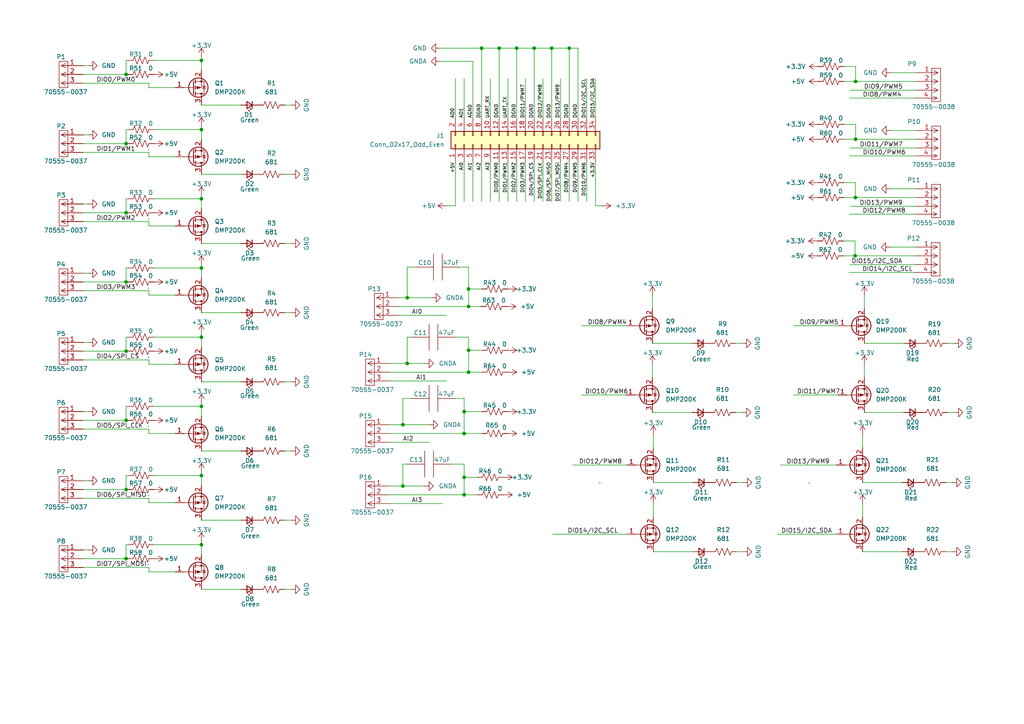
<source format=kicad_sch>
(kicad_sch (version 20230121) (generator eeschema)
  (paper "A4")
  (title_block (title "MAVmxp - MXP Expander") (date "2023-03-06") (rev "1") (company "4272 Maverick Robotics"))
  (junction (at 116.84 140.97))
  (junction (at 134.62 125.73))
  (junction (at 58.42 37.592))
  (junction (at 248.158 23.622))
  (junction (at 118.11 105.41))
  (junction (at 36.576 101.854))
  (junction (at 58.42 117.856))
  (junction (at 36.576 162.052))
  (junction (at 118.11 86.36))
  (junction (at 135.89 83.82))
  (junction (at 58.42 77.724))
  (junction (at 165.1 13.97))
  (junction (at 135.89 88.9))
  (junction (at 149.86 13.97))
  (junction (at 36.576 61.722))
  (junction (at 36.576 141.986))
  (junction (at 58.42 17.526))
  (junction (at 58.42 157.988))
  (junction (at 36.576 41.656))
  (junction (at 248.0971 57.2935))
  (junction (at 139.7 13.97))
  (junction (at 134.62 138.43))
  (junction (at 154.94 13.97))
  (junction (at 134.62 119.38))
  (junction (at 135.89 107.95))
  (junction (at 134.62 143.51))
  (junction (at 116.84 123.19))
  (junction (at 36.576 121.92))
  (junction (at 58.42 137.922))
  (junction (at 36.576 81.788))
  (junction (at 248.158 40.386))
  (junction (at 160.02 13.97))
  (junction (at 36.576 21.59))
  (junction (at 248.0037 74.2066))
  (junction (at 144.78 13.97))
  (junction (at 58.42 97.79))
  (junction (at 58.42 57.658))
  (junction (at 135.89 101.6))
  (wire (pts (xy 165.1 13.97) (xy 167.64 13.97)))
  (wire (pts (xy 36.576 141.986) (xy 37.084 141.986)))
  (wire (pts (xy 165.1 58.42) (xy 165.1 46.99)))
  (wire (pts (xy 172.72 59.69) (xy 174.625 59.69)))
  (wire (pts (xy 244.856 36.068) (xy 248.158 36.068)))
  (wire (pts (xy 265.684 23.622) (xy 248.158 23.622)))
  (wire (pts (xy 189.484 146.05) (xy 189.484 149.86)))
  (wire (pts (xy 160.274 154.94) (xy 181.864 154.94)))
  (wire (pts (xy 44.704 157.988) (xy 58.42 157.988)))
  (wire (pts (xy 69.85 90.678) (xy 58.42 90.678)))
  (wire (pts (xy 24.13 61.722) (xy 36.576 61.722)))
  (polyline (pts (xy 234.696 139.954) (xy 234.696 140.208)))
  (wire (pts (xy 200.66 119.634) (xy 189.23 119.634)))
  (wire (pts (xy 58.42 116.84) (xy 58.42 117.856)))
  (wire (pts (xy 165.1 13.97) (xy 165.1 34.29)))
  (wire (pts (xy 36.576 117.856) (xy 36.576 121.92)))
  (wire (pts (xy 154.94 13.97) (xy 154.94 34.29)))
  (wire (pts (xy 43.18 45.466) (xy 43.18 44.196)))
  (wire (pts (xy 36.576 121.92) (xy 37.084 121.92)))
  (wire (pts (xy 82.55 70.612) (xy 84.455 70.612)))
  (wire (pts (xy 160.02 13.97) (xy 160.02 34.29)))
  (wire (pts (xy 261.62 160.02) (xy 250.19 160.02)))
  (wire (pts (xy 50.8 125.73) (xy 43.18 125.73)))
  (wire (pts (xy 248.158 40.386) (xy 244.856 40.386)))
  (wire (pts (xy 113.03 146.05) (xy 128.27 146.05)))
  (wire (pts (xy 113.03 107.95) (xy 135.89 107.95)))
  (wire (pts (xy 36.576 101.854) (xy 37.084 101.854)))
  (wire (pts (xy 115.57 86.36) (xy 118.11 86.36)))
  (wire (pts (xy 274.828 99.568) (xy 276.733 99.568)))
  (wire (pts (xy 134.62 22.86) (xy 134.62 34.29)))
  (wire (pts (xy 36.576 37.592) (xy 36.576 41.656)))
  (wire (pts (xy 43.18 65.532) (xy 43.18 64.262)))
  (wire (pts (xy 50.8 45.466) (xy 43.18 45.466)))
  (wire (pts (xy 134.62 58.42) (xy 134.62 46.99)))
  (wire (pts (xy 82.55 130.81) (xy 84.455 130.81)))
  (wire (pts (xy 139.7 58.42) (xy 139.7 46.99)))
  (wire (pts (xy 172.72 46.99) (xy 172.72 59.69)))
  (wire (pts (xy 69.85 150.876) (xy 58.42 150.876)))
  (wire (pts (xy 82.55 30.48) (xy 84.455 30.48)))
  (wire (pts (xy 250.19 125.984) (xy 250.19 129.794)))
  (wire (pts (xy 69.85 130.81) (xy 58.42 130.81)))
  (wire (pts (xy 230.124 114.554) (xy 243.078 114.554)))
  (wire (pts (xy 44.704 137.922) (xy 58.42 137.922)))
  (wire (pts (xy 50.8 145.796) (xy 43.18 145.796)))
  (wire (pts (xy 200.66 99.568) (xy 189.23 99.568)))
  (wire (pts (xy 134.62 125.73) (xy 139.7 125.73)))
  (wire (pts (xy 189.484 125.984) (xy 189.484 129.794)))
  (wire (pts (xy 132.08 115.57) (xy 134.62 115.57)))
  (wire (pts (xy 147.32 58.42) (xy 147.32 46.99)))
  (wire (pts (xy 50.8 65.532) (xy 43.18 65.532)))
  (wire (pts (xy 144.78 13.97) (xy 144.78 34.29)))
  (wire (pts (xy 167.64 58.42) (xy 167.64 46.99)))
  (wire (pts (xy 246.2257 79.0326) (xy 265.2757 79.0326)))
  (wire (pts (xy 58.42 56.642) (xy 58.42 57.658)))
  (polyline (pts (xy 42.926 83.566) (xy 43.18 83.566)))
  (wire (pts (xy 69.85 30.48) (xy 58.42 30.48)))
  (wire (pts (xy 157.48 58.42) (xy 157.48 46.99)))
  (wire (pts (xy 262.128 99.568) (xy 250.698 99.568)))
  (wire (pts (xy 44.704 37.592) (xy 58.42 37.592)))
  (wire (pts (xy 44.704 77.724) (xy 58.42 77.724)))
  (wire (pts (xy 119.38 97.79) (xy 118.11 97.79)))
  (wire (pts (xy 144.78 58.42) (xy 144.78 46.99)))
  (wire (pts (xy 118.11 134.62) (xy 116.84 134.62)))
  (wire (pts (xy 261.62 139.954) (xy 250.19 139.954)))
  (wire (pts (xy 43.18 125.73) (xy 43.18 124.46)))
  (wire (pts (xy 160.02 13.97) (xy 165.1 13.97)))
  (wire (pts (xy 134.62 115.57) (xy 134.62 119.38)))
  (wire (pts (xy 246.634 26.162) (xy 265.684 26.162)))
  (wire (pts (xy 24.13 59.182) (xy 25.654 59.182)))
  (wire (pts (xy 44.704 57.658) (xy 58.42 57.658)))
  (wire (pts (xy 69.85 50.546) (xy 58.42 50.546)))
  (wire (pts (xy 135.89 77.47) (xy 135.89 83.82)))
  (wire (pts (xy 24.13 41.656) (xy 36.576 41.656)))
  (wire (pts (xy 58.42 97.79) (xy 58.42 100.584)))
  (wire (pts (xy 134.62 125.73) (xy 134.62 119.38)))
  (wire (pts (xy 200.914 139.954) (xy 189.484 139.954)))
  (wire (pts (xy 265.684 40.386) (xy 248.158 40.386)))
  (wire (pts (xy 36.576 57.658) (xy 37.084 57.658)))
  (polyline (pts (xy 42.926 123.698) (xy 43.18 123.698)))
  (wire (pts (xy 118.11 86.36) (xy 125.222 86.36)))
  (wire (pts (xy 24.13 121.92) (xy 36.576 121.92)))
  (wire (pts (xy 82.55 170.942) (xy 84.455 170.942)))
  (wire (pts (xy 152.4 22.86) (xy 152.4 34.29)))
  (wire (pts (xy 166.116 134.874) (xy 181.864 134.874)))
  (wire (pts (xy 162.56 22.86) (xy 162.56 34.29)))
  (wire (pts (xy 69.85 70.612) (xy 58.42 70.612)))
  (wire (pts (xy 113.03 110.49) (xy 129.54 110.49)))
  (wire (pts (xy 248.0037 69.8886) (xy 248.0037 74.2066)))
  (wire (pts (xy 58.42 137.922) (xy 58.42 140.716)))
  (wire (pts (xy 36.576 17.526) (xy 37.084 17.526)))
  (wire (pts (xy 36.576 37.592) (xy 37.084 37.592)))
  (wire (pts (xy 262.128 119.634) (xy 250.698 119.634)))
  (wire (pts (xy 116.84 123.19) (xy 124.46 123.19)))
  (wire (pts (xy 58.42 17.526) (xy 58.42 20.32)))
  (wire (pts (xy 113.03 140.97) (xy 116.84 140.97)))
  (wire (pts (xy 265.684 21.082) (xy 258.318 21.082)))
  (wire (pts (xy 246.4797 76.7466) (xy 265.5297 76.7466)))
  (wire (pts (xy 134.62 134.62) (xy 134.62 138.43)))
  (wire (pts (xy 24.13 24.13) (xy 43.18 24.13)))
  (wire (pts (xy 58.42 57.658) (xy 58.42 60.452)))
  (wire (pts (xy 43.18 145.796) (xy 43.18 144.526)))
  (wire (pts (xy 36.576 97.79) (xy 37.084 97.79)))
  (wire (pts (xy 134.62 143.51) (xy 138.43 143.51)))
  (wire (pts (xy 226.314 134.874) (xy 242.57 134.874)))
  (wire (pts (xy 24.13 162.052) (xy 36.576 162.052)))
  (wire (pts (xy 36.576 162.052) (xy 37.084 162.052)))
  (wire (pts (xy 115.57 88.9) (xy 135.89 88.9)))
  (wire (pts (xy 246.38 28.448) (xy 265.43 28.448)))
  (wire (pts (xy 200.914 160.02) (xy 189.484 160.02)))
  (wire (pts (xy 118.11 77.47) (xy 118.11 86.36)))
  (wire (pts (xy 137.16 17.78) (xy 137.16 34.29)))
  (wire (pts (xy 250.698 85.598) (xy 250.698 89.408)))
  (wire (pts (xy 24.13 81.788) (xy 36.576 81.788)))
  (wire (pts (xy 130.81 134.62) (xy 134.62 134.62)))
  (wire (pts (xy 24.13 141.986) (xy 36.576 141.986)))
  (wire (pts (xy 167.64 13.97) (xy 167.64 34.29)))
  (wire (pts (xy 119.38 115.57) (xy 116.84 115.57)))
  (wire (pts (xy 82.55 50.546) (xy 84.455 50.546)))
  (wire (pts (xy 149.86 13.97) (xy 149.86 34.29)))
  (wire (pts (xy 134.62 138.43) (xy 138.43 138.43)))
  (wire (pts (xy 43.18 85.598) (xy 43.18 84.328)))
  (wire (pts (xy 246.3191 62.1195) (xy 265.3691 62.1195)))
  (wire (pts (xy 24.13 159.512) (xy 25.654 159.512)))
  (wire (pts (xy 132.08 97.79) (xy 135.89 97.79)))
  (wire (pts (xy 36.576 77.724) (xy 36.576 81.788)))
  (wire (pts (xy 24.13 99.314) (xy 25.654 99.314)))
  (wire (pts (xy 24.13 39.116) (xy 25.654 39.116)))
  (wire (pts (xy 24.13 44.196) (xy 43.18 44.196)))
  (wire (pts (xy 44.704 117.856) (xy 58.42 117.856)))
  (wire (pts (xy 162.56 58.42) (xy 162.56 46.99)))
  (polyline (pts (xy 42.926 43.434) (xy 43.18 43.434)))
  (wire (pts (xy 69.85 110.744) (xy 58.42 110.744)))
  (wire (pts (xy 244.7017 69.8886) (xy 248.0037 69.8886)))
  (polyline (pts (xy 42.926 143.764) (xy 43.18 143.764)))
  (wire (pts (xy 36.576 137.922) (xy 36.576 141.986)))
  (wire (pts (xy 157.48 22.86) (xy 157.48 34.29)))
  (wire (pts (xy 244.856 19.304) (xy 248.158 19.304)))
  (wire (pts (xy 213.36 99.568) (xy 215.265 99.568)))
  (wire (pts (xy 135.89 101.6) (xy 135.89 107.95)))
  (wire (pts (xy 154.94 13.97) (xy 160.02 13.97)))
  (wire (pts (xy 36.576 57.658) (xy 36.576 61.722)))
  (wire (pts (xy 36.576 61.722) (xy 37.084 61.722)))
  (wire (pts (xy 274.32 139.954) (xy 276.225 139.954)))
  (wire (pts (xy 115.57 91.44) (xy 129.54 91.44)))
  (wire (pts (xy 58.42 76.708) (xy 58.42 77.724)))
  (wire (pts (xy 24.13 144.526) (xy 43.18 144.526)))
  (wire (pts (xy 154.94 58.42) (xy 154.94 46.99)))
  (wire (pts (xy 213.614 160.02) (xy 215.519 160.02)))
  (polyline (pts (xy 42.926 103.632) (xy 43.18 103.632)))
  (wire (pts (xy 50.8 85.598) (xy 43.18 85.598)))
  (wire (pts (xy 69.85 170.942) (xy 58.42 170.942)))
  (wire (pts (xy 58.42 136.906) (xy 58.42 137.922)))
  (wire (pts (xy 248.158 19.304) (xy 248.158 23.622)))
  (wire (pts (xy 265.6231 57.2935) (xy 248.0971 57.2935)))
  (wire (pts (xy 149.86 13.97) (xy 154.94 13.97)))
  (wire (pts (xy 246.38 45.212) (xy 265.43 45.212)))
  (wire (pts (xy 24.13 164.592) (xy 43.18 164.592)))
  (wire (pts (xy 213.36 119.634) (xy 215.265 119.634)))
  (wire (pts (xy 44.704 17.526) (xy 58.42 17.526)))
  (wire (pts (xy 274.828 119.634) (xy 276.733 119.634)))
  (wire (pts (xy 36.576 157.988) (xy 37.084 157.988)))
  (wire (pts (xy 36.576 77.724) (xy 37.084 77.724)))
  (wire (pts (xy 24.13 79.248) (xy 25.654 79.248)))
  (wire (pts (xy 248.158 36.068) (xy 248.158 40.386)))
  (wire (pts (xy 135.89 101.6) (xy 139.7 101.6)))
  (wire (pts (xy 168.656 114.554) (xy 181.61 114.554)))
  (wire (pts (xy 58.42 117.856) (xy 58.42 120.65)))
  (wire (pts (xy 225.552 154.94) (xy 242.57 154.94)))
  (wire (pts (xy 142.24 58.42) (xy 142.24 46.99)))
  (wire (pts (xy 265.5297 71.6666) (xy 258.1637 71.6666)))
  (wire (pts (xy 24.13 124.46) (xy 43.18 124.46)))
  (wire (pts (xy 24.13 139.446) (xy 25.654 139.446)))
  (wire (pts (xy 250.19 146.05) (xy 250.19 149.86)))
  (wire (pts (xy 170.18 22.86) (xy 170.18 34.29)))
  (wire (pts (xy 118.11 105.41) (xy 123.19 105.41)))
  (wire (pts (xy 135.89 107.95) (xy 139.7 107.95)))
  (wire (pts (xy 129.54 59.69) (xy 132.08 59.69)))
  (wire (pts (xy 24.13 84.328) (xy 43.18 84.328)))
  (wire (pts (xy 160.02 58.42) (xy 160.02 46.99)))
  (wire (pts (xy 36.576 117.856) (xy 37.084 117.856)))
  (wire (pts (xy 134.62 138.43) (xy 134.62 143.51)))
  (wire (pts (xy 58.42 157.988) (xy 58.42 160.782)))
  (wire (pts (xy 230.124 94.488) (xy 243.078 94.488)))
  (wire (pts (xy 116.84 134.62) (xy 116.84 140.97)))
  (wire (pts (xy 147.32 22.86) (xy 147.32 34.29)))
  (wire (pts (xy 135.89 83.82) (xy 135.89 88.9)))
  (wire (pts (xy 36.576 17.526) (xy 36.576 21.59)))
  (wire (pts (xy 189.23 105.664) (xy 189.23 109.474)))
  (wire (pts (xy 43.18 165.862) (xy 43.18 164.592)))
  (wire (pts (xy 50.8 165.862) (xy 43.18 165.862)))
  (wire (pts (xy 133.35 77.47) (xy 135.89 77.47)))
  (wire (pts (xy 248.158 23.622) (xy 244.856 23.622)))
  (wire (pts (xy 135.89 97.79) (xy 135.89 101.6)))
  (wire (pts (xy 116.84 140.97) (xy 123.19 140.97)))
  (wire (pts (xy 135.89 83.82) (xy 139.7 83.82)))
  (wire (pts (xy 246.634 42.926) (xy 265.684 42.926)))
  (wire (pts (xy 135.89 88.9) (xy 139.446 88.9)))
  (wire (pts (xy 139.7 13.97) (xy 139.7 34.29)))
  (wire (pts (xy 43.18 25.4) (xy 43.18 24.13)))
  (wire (pts (xy 248.0971 57.2935) (xy 244.7951 57.2935)))
  (wire (pts (xy 36.576 157.988) (xy 36.576 162.052)))
  (wire (pts (xy 137.16 58.42) (xy 137.16 46.99)))
  (wire (pts (xy 120.65 77.47) (xy 118.11 77.47)))
  (wire (pts (xy 50.8 25.4) (xy 43.18 25.4)))
  (wire (pts (xy 172.72 22.86) (xy 172.72 34.29)))
  (wire (pts (xy 213.614 139.954) (xy 215.519 139.954)))
  (wire (pts (xy 152.4 58.42) (xy 152.4 46.99)))
  (wire (pts (xy 36.576 137.922) (xy 37.084 137.922)))
  (wire (pts (xy 36.576 81.788) (xy 37.084 81.788)))
  (polyline (pts (xy 42.926 63.5) (xy 43.18 63.5)))
  (wire (pts (xy 246.5731 59.8335) (xy 265.6231 59.8335)))
  (wire (pts (xy 58.42 156.972) (xy 58.42 157.988)))
  (wire (pts (xy 58.42 36.576) (xy 58.42 37.592)))
  (wire (pts (xy 113.03 105.41) (xy 118.11 105.41)))
  (wire (pts (xy 24.13 119.38) (xy 25.654 119.38)))
  (wire (pts (xy 113.03 125.73) (xy 134.62 125.73)))
  (wire (pts (xy 139.7 13.97) (xy 144.78 13.97)))
  (wire (pts (xy 170.18 58.42) (xy 170.18 46.99)))
  (wire (pts (xy 265.6231 54.7535) (xy 258.2571 54.7535)))
  (wire (pts (xy 274.32 160.02) (xy 276.225 160.02)))
  (wire (pts (xy 50.8 105.664) (xy 43.18 105.664)))
  (wire (pts (xy 250.698 105.664) (xy 250.698 109.474)))
  (polyline (pts (xy 42.926 163.83) (xy 43.18 163.83)))
  (wire (pts (xy 36.576 21.59) (xy 37.084 21.59)))
  (wire (pts (xy 58.42 16.51) (xy 58.42 17.526)))
  (wire (pts (xy 189.23 85.598) (xy 189.23 89.408)))
  (wire (pts (xy 265.5297 74.2066) (xy 248.0037 74.2066)))
  (wire (pts (xy 149.86 58.42) (xy 149.86 46.99)))
  (wire (pts (xy 168.656 94.488) (xy 181.61 94.488)))
  (wire (pts (xy 24.13 64.262) (xy 43.18 64.262)))
  (wire (pts (xy 82.55 110.744) (xy 84.455 110.744)))
  (wire (pts (xy 144.78 13.97) (xy 149.86 13.97)))
  (wire (pts (xy 113.03 143.51) (xy 134.62 143.51)))
  (wire (pts (xy 58.42 37.592) (xy 58.42 40.386)))
  (wire (pts (xy 24.13 19.05) (xy 25.654 19.05)))
  (wire (pts (xy 36.576 97.79) (xy 36.576 101.854)))
  (wire (pts (xy 248.0971 52.9755) (xy 248.0971 57.2935)))
  (polyline (pts (xy 173.99 139.954) (xy 173.99 140.208)))
  (wire (pts (xy 24.13 104.394) (xy 43.18 104.394)))
  (wire (pts (xy 132.08 22.86) (xy 132.08 34.29)))
  (wire (pts (xy 113.03 128.27) (xy 124.46 128.27)))
  (wire (pts (xy 116.84 115.57) (xy 116.84 123.19)))
  (wire (pts (xy 44.704 97.79) (xy 58.42 97.79)))
  (wire (pts (xy 134.62 119.38) (xy 139.7 119.38)))
  (wire (pts (xy 58.42 96.774) (xy 58.42 97.79)))
  (wire (pts (xy 82.55 90.678) (xy 84.455 90.678)))
  (wire (pts (xy 36.576 41.656) (xy 37.084 41.656)))
  (wire (pts (xy 58.42 77.724) (xy 58.42 80.518)))
  (wire (pts (xy 244.7951 52.9755) (xy 248.0971 52.9755)))
  (wire (pts (xy 127.635 17.78) (xy 137.16 17.78)))
  (wire (pts (xy 127.635 13.97) (xy 139.7 13.97)))
  (wire (pts (xy 265.684 37.846) (xy 258.318 37.846)))
  (wire (pts (xy 113.03 123.19) (xy 116.84 123.19)))
  (wire (pts (xy 82.55 150.876) (xy 84.455 150.876)))
  (wire (pts (xy 24.13 21.59) (xy 36.576 21.59)))
  (wire (pts (xy 248.0037 74.2066) (xy 244.7017 74.2066)))
  (wire (pts (xy 118.11 97.79) (xy 118.11 105.41)))
  (wire (pts (xy 24.13 101.854) (xy 36.576 101.854)))
  (wire (pts (xy 142.24 22.86) (xy 142.24 34.29)))
  (wire (pts (xy 132.08 46.99) (xy 132.08 59.69)))
  (wire (pts (xy 43.18 105.664) (xy 43.18 104.394)))
  (label "AO0" (at 132.08 34.29 90) (effects (font (size 1 1))))
  (label "AO1" (at 134.62 34.29 90) (effects (font (size 1 1))))
  (label "AI0" (at 119.38 91.44 0))
  (label "DIO14{slash}I2C_SCL" (at 250.0357 79.0326 0))
  (label "DIO1{slash}PWM1" (at 27.94 44.196 0))
  (label "+5V" (at 132.08 46.99 270) (effects (font (size 1 1))))
  (label "DIO7{slash}SPI_MOSI" (at 162.56 46.99 270) (effects (font (size 1 1))))
  (label "DIO4{slash}SPI_CS" (at 27.94 104.394 0))
  (label "DIO7{slash}SPI_MOSI" (at 27.94 164.592 0))
  (label "DGND" (at 144.78 34.29 90) (effects (font (size 1 1))))
  (label "DIO12{slash}PWM8" (at 250.1291 62.1195 0))
  (label "DIO11{slash}PWM7" (at 261.874 42.926 180))
  (label "DIO15{slash}I2C_SDA" (at 261.7197 76.7466 180))
  (label "AI1" (at 120.65 110.49 0))
  (label "DIO12{slash}PWM8" (at 157.48 34.29 90) (effects (font (size 1 1))))
  (label "DIO13{slash}PWM9" (at 228.092 134.874 0))
  (label "UART_RX" (at 142.24 34.29 90) (effects (font (size 1 1))))
  (label "DIO10{slash}PWM6" (at 250.19 45.212 0))
  (label "DIO12{slash}PWM8" (at 167.894 134.874 0))
  (label "DIO2{slash}PWM2" (at 149.86 46.99 270) (effects (font (size 1 1))))
  (label "AI3" (at 142.24 46.99 270) (effects (font (size 1 1))))
  (label "AI1" (at 137.16 46.99 270) (effects (font (size 1 1))))
  (label "DIO9{slash}PWM5" (at 167.64 46.99 270) (effects (font (size 1 1))))
  (label "DIO11{slash}PWM7" (at 152.4 34.29 90) (effects (font (size 1 1))))
  (label "DIO14{slash}I2C_SCL" (at 170.18 34.29 90) (effects (font (size 1 1))))
  (label "DIO3{slash}PWM3" (at 27.94 84.328 0))
  (label "DIO13{slash}PWM9" (at 162.56 34.29 90) (effects (font (size 1 1))))
  (label "AGND" (at 137.16 34.29 90) (effects (font (size 1 1))))
  (label "DIO10{slash}PWM6" (at 170.18 46.99 270) (effects (font (size 1 1))))
  (label "+3.3V" (at 172.72 46.99 270) (effects (font (size 1 1))))
  (label "UART_TX" (at 147.32 34.29 90) (effects (font (size 1 1))))
  (label "DIO14{slash}I2C_SCL" (at 164.592 154.94 0))
  (label "DIO4{slash}SPI_CS" (at 154.94 46.99 270) (effects (font (size 1 1))))
  (label "DGND" (at 165.1 34.29 90) (effects (font (size 1 1))))
  (label "DIO0{slash}PWM0" (at 144.78 46.99 270) (effects (font (size 1 1))))
  (label "DGND" (at 167.64 34.29 90) (effects (font (size 1 1))))
  (label "DIO9{slash}PWM5" (at 231.902 94.488 0))
  (label "DIO3{slash}PWM3" (at 152.4 46.99 270) (effects (font (size 1 1))))
  (label "DGND" (at 139.7 34.29 90) (effects (font (size 1 1))))
  (label "AI2" (at 116.84 128.27 0))
  (label "DIO5{slash}SPI_CLK" (at 27.94 124.46 0))
  (label "DIO6{slash}SPI_MISO" (at 160.02 46.99 270) (effects (font (size 1 1))))
  (label "DIO15{slash}I2C_SDA" (at 226.568 154.94 0))
  (label "DIO5{slash}SPI_CLK" (at 157.48 46.99 270) (effects (font (size 1 1))))
  (label "AI0" (at 134.62 46.99 270) (effects (font (size 1 1))))
  (label "DIO1{slash}PWM1" (at 147.32 46.99 270) (effects (font (size 1 1))))
  (label "DIO0{slash}PWM0" (at 27.94 24.13 0))
  (label "DGND" (at 160.02 34.29 90) (effects (font (size 1 1))))
  (label "AI2" (at 139.7 46.99 270) (effects (font (size 1 1))))
  (label "DIO8{slash}PWM4" (at 165.1 46.99 270) (effects (font (size 1 1))))
  (label "DIO10{slash}PWM6" (at 169.672 114.554 0))
  (label "DIO6{slash}SPI_MISO" (at 27.94 144.526 0))
  (label "DGND" (at 154.94 34.29 90) (effects (font (size 1 1))))
  (label "DIO15{slash}I2C_SDA" (at 172.72 34.29 90) (effects (font (size 1 1))))
  (label "DIO9{slash}PWM5" (at 261.874 26.162 180))
  (label "DIO13{slash}PWM9" (at 261.8131 59.8335 180))
  (label "DGND" (at 149.86 34.29 90) (effects (font (size 1 1))))
  (label "DIO11{slash}PWM7" (at 231.14 114.554 0))
  (label "AI3" (at 119.38 146.05 0))
  (label "DIO8{slash}PWM4" (at 250.19 28.448 0))
  (label "DIO2{slash}PWM2" (at 27.94 64.262 0))
  (label "DIO8{slash}PWM4" (at 170.434 94.488 0))
  (symbol (lib_id "Device:R_US") (at 40.894 21.59 90) (unit 1)
    (property "Reference" "R51" (at 39.37 19.812 90))
    (property "Value" "0" (at 43.688 19.812 90))
    (property "Footprint" "Resistor_SMD:R_0805_2012Metric_Pad1.20x1.40mm_HandSolder" (effects hide))
  )
  (symbol (lib_id "Device:R_US") (at 78.74 90.678 90) (unit 1)
    (property "Reference" "R4" (at 78.74 85.09 90))
    (property "Value" "681" (at 78.74 87.63 90))
    (property "Footprint" "Resistor_SMD:R_0603_1608Metric_Pad0.98x0.95mm_HandSolder" (effects hide))
  )
  (symbol (lib_id "Device:R_US") (at 40.894 77.724 90) (unit 1)
    (property "Reference" "R34" (at 39.37 75.946 90))
    (property "Value" "0" (at 43.688 75.946 90))
    (property "Footprint" "Resistor_SMD:R_0805_2012Metric_Pad1.20x1.40mm_HandSolder" (effects hide))
  )
  (symbol (lib_id "power:+3.3V") (at 189.23 105.664 0) (unit 1)
    (property "Reference" "#PWR0170" (effects hide))
    (property "Value" "+3.3V" (at 189.23 102.362 0))
  )
  (symbol (lib_id "pspice:CAP") (at 125.73 115.57 90) (unit 1)
    (property "Reference" "C12" (at 121.92 114.3 90))
    (property "Value" "47uF" (at 129.54 114.3 90))
    (property "Footprint" "Capacitor_SMD:C_0805_2012Metric_Pad1.18x1.45mm_HandSolder" (effects hide))
    (property "Manufacturer" "TDK" (effects hide))
    (property "Part #" "C2012X5R1A476M125AC" (effects hide))
  )
  (symbol (lib_id "power:+3.3V") (at 58.42 116.84 0) (unit 1)
    (property "Reference" "#PWR0126" (effects hide))
    (property "Value" "+3.3V" (at 58.42 113.538 0))
  )
  (symbol (lib_id "import:15-91-7030") (at 22.86 141.986 0) (mirror y) (unit 1)
    (property "Reference" "P7" (at 19.05 136.906 0) (effects (justify left)))
    (property "Value" "70555-0037" (at 25.4 147.066 0) (effects (justify left)))
    (property "Footprint" "Library Loader:705550037" (effects hide))
    (property "Datasheet" "https://componentsearchengine.com/Datasheets/1/15-91-7030.pdf" (effects hide))
    (property "Description" "2.54mm Pitch SL Wire-to-Board Header, Low Profile, Surface Mount, Single Row, Right-Angle, 3.05mm Pocket, Shrouded, with Press-fit Plastic Peg,  Circuits, Tin (Sn) Plating, Embossed Tape Packaging" (effects hide))
    (property "Height" "7.38" (effects hide))
    (property "Mouser Part Number" "538-15-91-7030" (effects hide))
    (property "Mouser Price/Stock" "https://www.mouser.com/Search/Refine.aspx?Keyword=538-15-91-7030" (effects hide))
    (property "Manufacturer_Name" "Molex" (effects hide))
    (property "Manufacturer_Part_Number" "15-91-7030" (effects hide))
  )
  (symbol (lib_id "power:+5V") (at 44.704 41.656 270) (unit 1)
    (property "Reference" "#PWR0134" (effects hide))
    (property "Value" "+5V" (at 47.498 41.656 90) (effects (justify left)))
  )
  (symbol (lib_id "power:+3.3V") (at 147.32 83.82 270) (unit 1)
    (property "Reference" "#PWR0112" (effects hide))
    (property "Value" "+3.3V" (at 152.654 83.82 90))
  )
  (symbol (lib_id "power:+3.3V") (at 58.42 96.774 0) (unit 1)
    (property "Reference" "#PWR0129" (effects hide))
    (property "Value" "+3.3V" (at 58.42 93.472 0))
  )
  (symbol (lib_id "power:+5V") (at 129.54 59.69 90) (unit 1)
    (property "Reference" "#PWR0102" (effects hide))
    (property "Value" "+5V" (at 126.365 59.6899 90) (effects (justify left)))
  )
  (symbol (lib_id "power:GND") (at 258.318 37.846 270) (mirror x) (unit 1)
    (property "Reference" "#PWR0161" (effects hide))
    (property "Value" "GND" (at 254.508 37.8459 90) (effects (justify right)))
  )
  (symbol (lib_id "Device:R_US") (at 40.894 121.92 90) (unit 1)
    (property "Reference" "R56" (at 39.37 120.142 90))
    (property "Value" "0" (at 43.688 120.142 90))
    (property "Footprint" "Resistor_SMD:R_0805_2012Metric_Pad1.20x1.40mm_HandSolder" (effects hide))
  )
  (symbol (lib_id "Device:R_US") (at 40.894 157.988 90) (unit 1)
    (property "Reference" "R38" (at 39.37 156.21 90))
    (property "Value" "0" (at 43.688 156.21 90))
    (property "Footprint" "Resistor_SMD:R_0805_2012Metric_Pad1.20x1.40mm_HandSolder" (effects hide))
  )
  (symbol (lib_id "pspice:CAP") (at 125.73 97.79 90) (unit 1)
    (property "Reference" "C11" (at 121.92 96.52 90))
    (property "Value" "47uF" (at 129.54 96.52 90))
    (property "Footprint" "Capacitor_SMD:C_0805_2012Metric_Pad1.18x1.45mm_HandSolder" (effects hide))
    (property "Manufacturer" "TDK" (effects hide))
    (property "Part #" "C2012X5R1A476M125AC" (effects hide))
  )
  (symbol (lib_id "Transistor_FET:AO3401A") (at 247.65 134.874 0) (mirror x) (unit 1)
    (property "Reference" "Q21" (at 254 133.6039 0) (effects (justify left)))
    (property "Value" "DMP200K" (at 254 136.1439 0) (effects (justify left)))
    (property "Footprint" "Package_TO_SOT_SMD:SOT-23" (effects hide))
    (property "Datasheet" "http://www.aosmd.com/pdfs/datasheet/AO3401A.pdf" (effects hide))
  )
  (symbol (lib_id "power:GND") (at 215.265 99.568 90) (unit 1)
    (property "Reference" "#PWR0175" (effects hide))
    (property "Value" "GND" (at 219.71 99.568 0))
  )
  (symbol (lib_id "power:+5V") (at 44.704 121.92 270) (unit 1)
    (property "Reference" "#PWR0145" (effects hide))
    (property "Value" "+5V" (at 47.498 121.92 90) (effects (justify left)))
  )
  (symbol (lib_id "Device:R_US") (at 270.51 139.954 90) (unit 1)
    (property "Reference" "R21" (at 270.51 133.35 90))
    (property "Value" "681" (at 270.51 135.89 90))
    (property "Footprint" "Resistor_SMD:R_0603_1608Metric_Pad0.98x0.95mm_HandSolder" (effects hide))
  )
  (symbol (lib_name "15-91-7030_1") (lib_id "import:15-91-7030") (at 266.954 40.386 0) (unit 1)
    (property "Reference" "P10" (at 263.144 35.306 0) (effects (justify left)))
    (property "Value" "70555-0038" (at 264.414 47.752 0) (effects (justify left)))
    (property "Footprint" "Library Loader:705550038" (effects hide))
    (property "Datasheet" "https://componentsearchengine.com/Datasheets/1/15-91-7030.pdf" (effects hide))
    (property "Description" "2.54mm Pitch SL Wire-to-Board Header, Low Profile, Surface Mount, Single Row, Right-Angle, 3.05mm Pocket, Shrouded, with Press-fit Plastic Peg,  Circuits, Tin (Sn) Plating, Embossed Tape Packaging" (effects hide))
    (property "Height" "7.38" (effects hide))
    (property "Mouser Part Number" "538-15-91-7030" (effects hide))
    (property "Mouser Price/Stock" "https://www.mouser.com/Search/Refine.aspx?Keyword=538-15-91-7030" (effects hide))
    (property "Manufacturer_Name" "Molex" (effects hide))
    (property "Manufacturer_Part_Number" "15-91-7030" (effects hide))
  )
  (symbol (lib_id "Transistor_FET:AO3401A") (at 248.158 114.554 0) (mirror x) (unit 1)
    (property "Reference" "Q20" (at 254 113.2839 0) (effects (justify left)))
    (property "Value" "DMP200K" (at 254 115.8239 0) (effects (justify left)))
    (property "Footprint" "Package_TO_SOT_SMD:SOT-23" (effects hide))
    (property "Datasheet" "http://www.aosmd.com/pdfs/datasheet/AO3401A.pdf" (effects hide))
  )
  (symbol (lib_id "pspice:CAP") (at 124.46 134.62 90) (unit 1)
    (property "Reference" "C13" (at 120.65 133.35 90))
    (property "Value" "47uF" (at 128.27 133.35 90))
    (property "Footprint" "Capacitor_SMD:C_0805_2012Metric_Pad1.18x1.45mm_HandSolder" (effects hide))
    (property "Manufacturer" "TDK" (effects hide))
    (property "Part #" "C2012X5R1A476M125AC" (effects hide))
  )
  (symbol (lib_id "power:+3.3V") (at 250.19 146.05 0) (unit 1)
    (property "Reference" "#PWR0154" (effects hide))
    (property "Value" "+3.3V" (at 250.19 142.748 0))
  )
  (symbol (lib_id "Device:R_US") (at 209.804 160.02 90) (unit 1)
    (property "Reference" "R12" (at 209.804 153.67 90))
    (property "Value" "681" (at 209.804 156.21 90))
    (property "Footprint" "Resistor_SMD:R_0603_1608Metric_Pad0.98x0.95mm_HandSolder" (effects hide))
  )
  (symbol (lib_id "Transistor_FET:AO3401A") (at 55.88 125.73 0) (mirror x) (unit 1)
    (property "Reference" "Q6" (at 62.23 124.4599 0) (effects (justify left)))
    (property "Value" "DMP200K" (at 62.23 126.9999 0) (effects (justify left)))
    (property "Footprint" "Package_TO_SOT_SMD:SOT-23" (effects hide))
    (property "Datasheet" "http://www.aosmd.com/pdfs/datasheet/AO3401A.pdf" (effects hide))
  )
  (symbol (lib_id "Device:LED_Small") (at 72.39 50.546 180) (unit 1)
    (property "Reference" "D2" (at 72.39 53.34 0))
    (property "Value" "Green" (at 69.596 54.864 0) (effects (justify right)))
    (property "Footprint" "LED_THT:LED_D3.0mm" (effects hide))
  )
  (symbol (lib_id "power:+3.3V") (at 58.42 56.642 0) (unit 1)
    (property "Reference" "#PWR0135" (effects hide))
    (property "Value" "+3.3V" (at 58.42 53.34 0))
  )
  (symbol (lib_id "Device:R_US") (at 143.51 119.38 90) (unit 1)
    (property "Reference" "R45" (at 141.986 117.602 90))
    (property "Value" "0" (at 146.304 117.602 90))
    (property "Footprint" "Resistor_SMD:R_0805_2012Metric_Pad1.20x1.40mm_HandSolder" (effects hide))
  )
  (symbol (lib_id "power:GND") (at 276.225 139.954 90) (unit 1)
    (property "Reference" "#PWR0152" (effects hide))
    (property "Value" "GND" (at 280.67 139.954 0))
  )
  (symbol (lib_id "power:+3.3V") (at 146.05 138.43 270) (unit 1)
    (property "Reference" "#PWR0117" (effects hide))
    (property "Value" "+3.3V" (at 151.384 138.43 90))
  )
  (symbol (lib_id "Device:R_US") (at 40.894 37.592 90) (unit 1)
    (property "Reference" "R32" (at 39.37 35.814 90))
    (property "Value" "0" (at 43.688 35.814 90))
    (property "Footprint" "Resistor_SMD:R_0805_2012Metric_Pad1.20x1.40mm_HandSolder" (effects hide))
  )
  (symbol (lib_id "power:+5V") (at 44.704 101.854 270) (unit 1)
    (property "Reference" "#PWR0130" (effects hide))
    (property "Value" "+5V" (at 47.498 101.854 90) (effects (justify left)))
  )
  (symbol (lib_id "power:+3.3V") (at 58.42 76.708 0) (unit 1)
    (property "Reference" "#PWR0127" (effects hide))
    (property "Value" "+3.3V" (at 58.42 73.406 0))
  )
  (symbol (lib_id "Device:R_US") (at 271.018 99.568 90) (unit 1)
    (property "Reference" "R19" (at 271.018 93.98 90))
    (property "Value" "681" (at 271.018 96.52 90))
    (property "Footprint" "Resistor_SMD:R_0603_1608Metric_Pad0.98x0.95mm_HandSolder" (effects hide))
  )
  (symbol (lib_id "Device:R_US") (at 142.24 138.43 90) (unit 1)
    (property "Reference" "R46" (at 140.716 136.652 90))
    (property "Value" "0" (at 145.034 136.652 90))
    (property "Footprint" "Resistor_SMD:R_0805_2012Metric_Pad1.20x1.40mm_HandSolder" (effects hide))
  )
  (symbol (lib_id "Device:LED_Small") (at 264.668 119.634 180) (unit 1)
    (property "Reference" "D20" (at 264.668 122.428 0))
    (property "Value" "Red" (at 262.89 123.952 0) (effects (justify right)))
    (property "Footprint" "LED_THT:LED_D3.0mm" (effects hide))
  )
  (symbol (lib_id "power:GND") (at 258.318 21.082 270) (mirror x) (unit 1)
    (property "Reference" "#PWR0108" (effects hide))
    (property "Value" "GND" (at 254.508 21.0819 90) (effects (justify right)))
  )
  (symbol (lib_id "power:GND") (at 25.654 99.314 90) (unit 1)
    (property "Reference" "#PWR0122" (effects hide))
    (property "Value" "GND" (at 29.464 99.3139 90) (effects (justify right)))
  )
  (symbol (lib_id "Transistor_FET:AO3401A") (at 55.88 85.598 0) (mirror x) (unit 1)
    (property "Reference" "Q4" (at 62.23 84.3279 0) (effects (justify left)))
    (property "Value" "DMP200K" (at 62.23 86.8679 0) (effects (justify left)))
    (property "Footprint" "Package_TO_SOT_SMD:SOT-23" (effects hide))
    (property "Datasheet" "http://www.aosmd.com/pdfs/datasheet/AO3401A.pdf" (effects hide))
  )
  (symbol (lib_id "Transistor_FET:AO3401A") (at 186.944 134.874 0) (mirror x) (unit 1)
    (property "Reference" "Q11" (at 193.04 133.6039 0) (effects (justify left)))
    (property "Value" "DMP200K" (at 193.04 136.1439 0) (effects (justify left)))
    (property "Footprint" "Package_TO_SOT_SMD:SOT-23" (effects hide))
    (property "Datasheet" "http://www.aosmd.com/pdfs/datasheet/AO3401A.pdf" (effects hide))
  )
  (symbol (lib_id "Device:LED_Small") (at 72.39 30.48 180) (unit 1)
    (property "Reference" "D1" (at 72.136 33.274 0))
    (property "Value" "Green" (at 69.596 34.798 0) (effects (justify right)))
    (property "Footprint" "LED_THT:LED_D3.0mm" (effects hide))
  )
  (symbol (lib_id "Device:R_US") (at 143.51 125.73 90) (unit 1)
    (property "Reference" "R65" (at 142.6882 123.3727 90))
    (property "Value" "0" (at 146.304 123.952 90))
    (property "Footprint" "Resistor_SMD:R_0805_2012Metric_Pad1.20x1.40mm_HandSolder" (effects hide))
  )
  (symbol (lib_id "Device:R_US") (at 209.804 139.954 90) (unit 1)
    (property "Reference" "R11" (at 209.804 133.35 90))
    (property "Value" "681" (at 209.804 135.89 90))
    (property "Footprint" "Resistor_SMD:R_0603_1608Metric_Pad0.98x0.95mm_HandSolder" (effects hide))
  )
  (symbol (lib_id "power:GNDA") (at 124.46 123.19 90) (unit 1)
    (property "Reference" "#PWR0115" (effects hide))
    (property "Value" "GNDA" (at 128.524 123.1899 90) (effects (justify right)))
  )
  (symbol (lib_id "power:GND") (at 84.455 90.678 90) (unit 1)
    (property "Reference" "#PWR0125" (effects hide))
    (property "Value" "GND" (at 88.9 90.678 0))
  )
  (symbol (lib_id "Device:LED_Small") (at 203.2 99.568 180) (unit 1)
    (property "Reference" "D9" (at 203.2 102.362 0))
    (property "Value" "Green" (at 200.66 104.14 0) (effects (justify right)))
    (property "Footprint" "LED_THT:LED_D3.0mm" (effects hide))
  )
  (symbol (lib_id "power:+5V") (at 147.066 88.9 270) (unit 1)
    (property "Reference" "#PWR0111" (effects hide))
    (property "Value" "+5V" (at 150.876 88.8999 90) (effects (justify left)))
  )
  (symbol (lib_id "Transistor_FET:AO3401A") (at 186.69 114.554 0) (mirror x) (unit 1)
    (property "Reference" "Q10" (at 193.04 113.2839 0) (effects (justify left)))
    (property "Value" "DMP200K" (at 193.04 115.8239 0) (effects (justify left)))
    (property "Footprint" "Package_TO_SOT_SMD:SOT-23" (effects hide))
    (property "Datasheet" "http://www.aosmd.com/pdfs/datasheet/AO3401A.pdf" (effects hide))
  )
  (symbol (lib_id "power:+3.3V") (at 189.23 85.598 0) (unit 1)
    (property "Reference" "#PWR0113" (effects hide))
    (property "Value" "+3.3V" (at 189.23 82.296 0))
  )
  (symbol (lib_id "Transistor_FET:AO3401A") (at 55.88 145.796 0) (mirror x) (unit 1)
    (property "Reference" "Q7" (at 62.23 144.5259 0) (effects (justify left)))
    (property "Value" "DMP200K" (at 62.23 147.0659 0) (effects (justify left)))
    (property "Footprint" "Package_TO_SOT_SMD:SOT-23" (effects hide))
    (property "Datasheet" "http://www.aosmd.com/pdfs/datasheet/AO3401A.pdf" (effects hide))
  )
  (symbol (lib_id "power:+5V") (at 237.236 23.622 90) (mirror x) (unit 1)
    (property "Reference" "#PWR0160" (effects hide))
    (property "Value" "+5V" (at 233.426 23.6219 90) (effects (justify left)))
  )
  (symbol (lib_id "Device:LED_Small") (at 72.39 150.876 180) (unit 1)
    (property "Reference" "D7" (at 72.39 153.67 0))
    (property "Value" "Green" (at 69.85 155.448 0) (effects (justify right)))
    (property "Footprint" "LED_THT:LED_D3.0mm" (effects hide))
  )
  (symbol (lib_id "power:+3.3V") (at 58.42 136.906 0) (unit 1)
    (property "Reference" "#PWR0148" (effects hide))
    (property "Value" "+3.3V" (at 58.42 133.604 0))
  )
  (symbol (lib_id "power:GND") (at 127.635 13.97 270) (unit 1)
    (property "Reference" "#PWR0103" (effects hide))
    (property "Value" "GND" (at 123.825 13.9699 90) (effects (justify right)))
  )
  (symbol (lib_id "power:GND") (at 276.225 160.02 90) (unit 1)
    (property "Reference" "#PWR0155" (effects hide))
    (property "Value" "GND" (at 280.67 160.02 0))
  )
  (symbol (lib_id "power:+5V") (at 44.704 162.052 270) (unit 1)
    (property "Reference" "#PWR0142" (effects hide))
    (property "Value" "+5V" (at 47.498 162.052 90) (effects (justify left)))
  )
  (symbol (lib_id "power:+3.3V") (at 250.698 85.598 0) (unit 1)
    (property "Reference" "#PWR0165" (effects hide))
    (property "Value" "+3.3V" (at 250.698 82.296 0))
  )
  (symbol (lib_id "Connector_Generic:Conn_02x17_Odd_Even") (at 152.4 41.91 90) (unit 1)
    (property "Reference" "J1" (at 128.905 39.3699 90) (effects (justify left)))
    (property "Value" "Conn_02x17_Odd_Even" (at 128.905 41.9099 90) (effects (justify left)))
    (property "Footprint" "Connector_PinSocket_2.54mm:PinSocket_2x17_P2.54mm_Vertical" (effects hide))
  )
  (symbol (lib_id "power:GND") (at 25.654 39.116 90) (unit 1)
    (property "Reference" "#PWR0133" (effects hide))
    (property "Value" "GND" (at 29.464 39.1159 90) (effects (justify right)))
  )
  (symbol (lib_id "import:15-91-7030") (at 22.86 41.656 0) (mirror y) (unit 1)
    (property "Reference" "P2" (at 19.05 36.576 0) (effects (justify left)))
    (property "Value" "70555-0037" (at 25.4 46.736 0) (effects (justify left)))
    (property "Footprint" "Library Loader:705550037" (effects hide))
    (property "Datasheet" "https://componentsearchengine.com/Datasheets/1/15-91-7030.pdf" (effects hide))
    (property "Description" "2.54mm Pitch SL Wire-to-Board Header, Low Profile, Surface Mount, Single Row, Right-Angle, 3.05mm Pocket, Shrouded, with Press-fit Plastic Peg,  Circuits, Tin (Sn) Plating, Embossed Tape Packaging" (effects hide))
    (property "Height" "7.38" (effects hide))
    (property "Mouser Part Number" "538-15-91-7030" (effects hide))
    (property "Mouser Price/Stock" "https://www.mouser.com/Search/Refine.aspx?Keyword=538-15-91-7030" (effects hide))
    (property "Manufacturer_Name" "Molex" (effects hide))
    (property "Manufacturer_Part_Number" "15-91-7030" (effects hide))
  )
  (symbol (lib_id "Device:R_US") (at 270.51 160.02 90) (unit 1)
    (property "Reference" "R22" (at 270.51 153.67 90))
    (property "Value" "681" (at 270.51 156.21 90))
    (property "Footprint" "Resistor_SMD:R_0603_1608Metric_Pad0.98x0.95mm_HandSolder" (effects hide))
  )
  (symbol (lib_id "power:+5V") (at 147.32 125.73 270) (unit 1)
    (property "Reference" "#PWR0119" (effects hide))
    (property "Value" "+5V" (at 151.13 125.7299 90) (effects (justify left)))
  )
  (symbol (lib_id "Device:R_US") (at 241.046 36.068 90) (unit 1)
    (property "Reference" "R40" (at 239.522 34.29 90))
    (property "Value" "0" (at 243.84 34.29 90))
    (property "Footprint" "Resistor_SMD:R_0805_2012Metric_Pad1.20x1.40mm_HandSolder" (effects hide))
  )
  (symbol (lib_id "import:15-91-7030") (at 111.76 107.95 0) (mirror y) (unit 1)
    (property "Reference" "P14" (at 107.95 102.87 0) (effects (justify left)))
    (property "Value" "70555-0037" (at 114.3 113.03 0) (effects (justify left)))
    (property "Footprint" "Library Loader:705550037" (effects hide))
    (property "Datasheet" "https://componentsearchengine.com/Datasheets/1/15-91-7030.pdf" (effects hide))
    (property "Description" "2.54mm Pitch SL Wire-to-Board Header, Low Profile, Surface Mount, Single Row, Right-Angle, 3.05mm Pocket, Shrouded, with Press-fit Plastic Peg,  Circuits, Tin (Sn) Plating, Embossed Tape Packaging" (effects hide))
    (property "Height" "7.38" (effects hide))
    (property "Mouser Part Number" "538-15-91-7030" (effects hide))
    (property "Mouser Price/Stock" "https://www.mouser.com/Search/Refine.aspx?Keyword=538-15-91-7030" (effects hide))
    (property "Manufacturer_Name" "Molex" (effects hide))
    (property "Manufacturer_Part_Number" "15-91-7030" (effects hide))
  )
  (symbol (lib_id "power:GND") (at 84.455 50.546 90) (unit 1)
    (property "Reference" "#PWR0139" (effects hide))
    (property "Value" "GND" (at 88.9 50.546 0))
  )
  (symbol (lib_id "Device:R_US") (at 40.894 141.986 90) (unit 1)
    (property "Reference" "R57" (at 39.37 140.208 90))
    (property "Value" "0" (at 43.688 140.208 90))
    (property "Footprint" "Resistor_SMD:R_0805_2012Metric_Pad1.20x1.40mm_HandSolder" (effects hide))
  )
  (symbol (lib_id "Device:LED_Small") (at 264.668 99.568 180) (unit 1)
    (property "Reference" "D19" (at 264.668 102.362 0))
    (property "Value" "Red" (at 262.89 104.14 0) (effects (justify right)))
    (property "Footprint" "LED_THT:LED_D3.0mm" (effects hide))
  )
  (symbol (lib_id "Device:R_US") (at 143.51 107.95 90) (unit 1)
    (property "Reference" "R64" (at 141.986 106.172 90))
    (property "Value" "0" (at 146.304 106.172 90))
    (property "Footprint" "Resistor_SMD:R_0805_2012Metric_Pad1.20x1.40mm_HandSolder" (effects hide))
  )
  (symbol (lib_id "power:+5V") (at 44.704 21.59 270) (unit 1)
    (property "Reference" "#PWR0136" (effects hide))
    (property "Value" "+5V" (at 47.498 21.59 90) (effects (justify left)))
  )
  (symbol (lib_id "power:+5V") (at 237.236 40.386 90) (mirror x) (unit 1)
    (property "Reference" "#PWR0168" (effects hide))
    (property "Value" "+5V" (at 233.426 40.3859 90) (effects (justify left)))
  )
  (symbol (lib_id "import:15-91-7030") (at 22.86 81.788 0) (mirror y) (unit 1)
    (property "Reference" "P4" (at 19.05 76.708 0) (effects (justify left)))
    (property "Value" "70555-0037" (at 25.4 86.868 0) (effects (justify left)))
    (property "Footprint" "Library Loader:705550037" (effects hide))
    (property "Datasheet" "https://componentsearchengine.com/Datasheets/1/15-91-7030.pdf" (effects hide))
    (property "Description" "2.54mm Pitch SL Wire-to-Board Header, Low Profile, Surface Mount, Single Row, Right-Angle, 3.05mm Pocket, Shrouded, with Press-fit Plastic Peg,  Circuits, Tin (Sn) Plating, Embossed Tape Packaging" (effects hide))
    (property "Height" "7.38" (effects hide))
    (property "Mouser Part Number" "538-15-91-7030" (effects hide))
    (property "Mouser Price/Stock" "https://www.mouser.com/Search/Refine.aspx?Keyword=538-15-91-7030" (effects hide))
    (property "Manufacturer_Name" "Molex" (effects hide))
    (property "Manufacturer_Part_Number" "15-91-7030" (effects hide))
  )
  (symbol (lib_id "power:GNDA") (at 125.222 86.36 90) (unit 1)
    (property "Reference" "#PWR0106" (effects hide))
    (property "Value" "GNDA" (at 129.286 86.3599 90) (effects (justify right)))
  )
  (symbol (lib_id "power:+5V") (at 147.32 107.95 270) (unit 1)
    (property "Reference" "#PWR0109" (effects hide))
    (property "Value" "+5V" (at 151.13 107.9499 90) (effects (justify left)))
  )
  (symbol (lib_id "Device:R_US") (at 40.894 117.856 90) (unit 1)
    (property "Reference" "R36" (at 39.37 116.078 90))
    (property "Value" "0" (at 43.688 116.078 90))
    (property "Footprint" "Resistor_SMD:R_0805_2012Metric_Pad1.20x1.40mm_HandSolder" (effects hide))
  )
  (symbol (lib_id "Device:R_US") (at 240.8917 74.2066 90) (unit 1)
    (property "Reference" "R62" (at 239.3677 72.4286 90))
    (property "Value" "0" (at 243.6857 72.4286 90))
    (property "Footprint" "Resistor_SMD:R_0805_2012Metric_Pad1.20x1.40mm_HandSolder" (effects hide))
  )
  (symbol (lib_id "import:15-91-7030") (at 111.76 143.51 0) (mirror y) (unit 1)
    (property "Reference" "P16" (at 107.95 138.43 0) (effects (justify left)))
    (property "Value" "70555-0037" (at 114.3 148.59 0) (effects (justify left)))
    (property "Footprint" "Library Loader:705550037" (effects hide))
    (property "Datasheet" "https://componentsearchengine.com/Datasheets/1/15-91-7030.pdf" (effects hide))
    (property "Description" "2.54mm Pitch SL Wire-to-Board Header, Low Profile, Surface Mount, Single Row, Right-Angle, 3.05mm Pocket, Shrouded, with Press-fit Plastic Peg,  Circuits, Tin (Sn) Plating, Embossed Tape Packaging" (effects hide))
    (property "Height" "7.38" (effects hide))
    (property "Mouser Part Number" "538-15-91-7030" (effects hide))
    (property "Mouser Price/Stock" "https://www.mouser.com/Search/Refine.aspx?Keyword=538-15-91-7030" (effects hide))
    (property "Manufacturer_Name" "Molex" (effects hide))
    (property "Manufacturer_Part_Number" "15-91-7030" (effects hide))
  )
  (symbol (lib_id "power:GND") (at 25.654 79.248 90) (unit 1)
    (property "Reference" "#PWR0121" (effects hide))
    (property "Value" "GND" (at 29.464 79.2479 90) (effects (justify right)))
  )
  (symbol (lib_id "power:GND") (at 84.455 30.48 90) (unit 1)
    (property "Reference" "#PWR0118" (effects hide))
    (property "Value" "GND" (at 88.9 30.48 0))
  )
  (symbol (lib_id "power:+5V") (at 237.0817 74.2066 90) (mirror x) (unit 1)
    (property "Reference" "#PWR0163" (effects hide))
    (property "Value" "+5V" (at 233.2717 74.2065 90) (effects (justify left)))
  )
  (symbol (lib_id "Device:R_US") (at 240.9851 57.2935 90) (unit 1)
    (property "Reference" "R61" (at 239.4611 55.5155 90))
    (property "Value" "0" (at 243.7791 55.5155 90))
    (property "Footprint" "Resistor_SMD:R_0805_2012Metric_Pad1.20x1.40mm_HandSolder" (effects hide))
  )
  (symbol (lib_id "power:+3.3V") (at 58.42 36.576 0) (unit 1)
    (property "Reference" "#PWR0138" (effects hide))
    (property "Value" "+3.3V" (at 58.42 33.274 0))
  )
  (symbol (lib_name "15-91-7030_1") (lib_id "import:15-91-7030") (at 266.954 23.622 0) (unit 1)
    (property "Reference" "P9" (at 263.144 18.542 0) (effects (justify left)))
    (property "Value" "70555-0038" (at 264.414 30.988 0) (effects (justify left)))
    (property "Footprint" "Library Loader:705550038" (effects hide))
    (property "Datasheet" "https://componentsearchengine.com/Datasheets/1/15-91-7030.pdf" (effects hide))
    (property "Description" "2.54mm Pitch SL Wire-to-Board Header, Low Profile, Surface Mount, Single Row, Right-Angle, 3.05mm Pocket, Shrouded, with Press-fit Plastic Peg,  Circuits, Tin (Sn) Plating, Embossed Tape Packaging" (effects hide))
    (property "Height" "7.38" (effects hide))
    (property "Mouser Part Number" "538-15-91-7030" (effects hide))
    (property "Mouser Price/Stock" "https://www.mouser.com/Search/Refine.aspx?Keyword=538-15-91-7030" (effects hide))
    (property "Manufacturer_Name" "Molex" (effects hide))
    (property "Manufacturer_Part_Number" "15-91-7030" (effects hide))
  )
  (symbol (lib_id "power:GND") (at 25.654 139.446 90) (unit 1)
    (property "Reference" "#PWR0140" (effects hide))
    (property "Value" "GND" (at 29.464 139.4459 90) (effects (justify right)))
  )
  (symbol (lib_id "Device:LED_Small") (at 264.16 160.02 180) (unit 1)
    (property "Reference" "D22" (at 264.16 162.814 0))
    (property "Value" "Red" (at 262.382 164.592 0) (effects (justify right)))
    (property "Footprint" "LED_THT:LED_D3.0mm" (effects hide))
  )
  (symbol (lib_id "power:+5V") (at 237.1751 57.2935 90) (mirror x) (unit 1)
    (property "Reference" "#PWR0166" (effects hide))
    (property "Value" "+5V" (at 233.3651 57.2934 90) (effects (justify left)))
  )
  (symbol (lib_id "power:GND") (at 25.654 119.38 90) (unit 1)
    (property "Reference" "#PWR0144" (effects hide))
    (property "Value" "GND" (at 29.464 119.3799 90) (effects (justify right)))
  )
  (symbol (lib_id "Device:R_US") (at 40.894 17.526 90) (unit 1)
    (property "Reference" "R31" (at 39.37 15.748 90))
    (property "Value" "0" (at 43.688 15.748 90))
    (property "Footprint" "Resistor_SMD:R_0805_2012Metric_Pad1.20x1.40mm_HandSolder" (effects hide))
  )
  (symbol (lib_id "Transistor_FET:AO3401A") (at 55.88 65.532 0) (mirror x) (unit 1)
    (property "Reference" "Q3" (at 62.23 64.2619 0) (effects (justify left)))
    (property "Value" "DMP200K" (at 62.23 66.8019 0) (effects (justify left)))
    (property "Footprint" "Package_TO_SOT_SMD:SOT-23" (effects hide))
    (property "Datasheet" "http://www.aosmd.com/pdfs/datasheet/AO3401A.pdf" (effects hide))
  )
  (symbol (lib_id "power:+5V") (at 44.704 61.722 270) (unit 1)
    (property "Reference" "#PWR0123" (effects hide))
    (property "Value" "+5V" (at 47.498 61.722 90) (effects (justify left)))
  )
  (symbol (lib_name "15-91-7030_1") (lib_id "import:15-91-7030") (at 266.8931 57.2935 0) (unit 1)
    (property "Reference" "P11" (at 263.0831 52.2135 0) (effects (justify left)))
    (property "Value" "70555-0038" (at 264.3531 64.6595 0) (effects (justify left)))
    (property "Footprint" "Library Loader:705550038" (effects hide))
    (property "Datasheet" "https://componentsearchengine.com/Datasheets/1/15-91-7030.pdf" (effects hide))
    (property "Description" "2.54mm Pitch SL Wire-to-Board Header, Low Profile, Surface Mount, Single Row, Right-Angle, 3.05mm Pocket, Shrouded, with Press-fit Plastic Peg,  Circuits, Tin (Sn) Plating, Embossed Tape Packaging" (effects hide))
    (property "Height" "7.38" (effects hide))
    (property "Mouser Part Number" "538-15-91-7030" (effects hide))
    (property "Mouser Price/Stock" "https://www.mouser.com/Search/Refine.aspx?Keyword=538-15-91-7030" (effects hide))
    (property "Manufacturer_Name" "Molex" (effects hide))
    (property "Manufacturer_Part_Number" "15-91-7030" (effects hide))
  )
  (symbol (lib_id "Device:R_US") (at 241.046 19.304 90) (unit 1)
    (property "Reference" "R39" (at 239.522 17.526 90))
    (property "Value" "0" (at 243.84 17.526 90))
    (property "Footprint" "Resistor_SMD:R_0805_2012Metric_Pad1.20x1.40mm_HandSolder" (effects hide))
  )
  (symbol (lib_id "Device:R_US") (at 78.74 110.744 90) (unit 1)
    (property "Reference" "R5" (at 78.74 104.14 90))
    (property "Value" "681" (at 78.74 106.68 90))
    (property "Footprint" "Resistor_SMD:R_0603_1608Metric_Pad0.98x0.95mm_HandSolder" (effects hide))
  )
  (symbol (lib_id "power:GND") (at 215.265 119.634 90) (unit 1)
    (property "Reference" "#PWR0174" (effects hide))
    (property "Value" "GND" (at 219.71 119.634 0))
  )
  (symbol (lib_id "Device:R_US") (at 78.74 150.876 90) (unit 1)
    (property "Reference" "R7" (at 78.74 144.78 90))
    (property "Value" "681" (at 78.74 147.32 90))
    (property "Footprint" "Resistor_SMD:R_0603_1608Metric_Pad0.98x0.95mm_HandSolder" (effects hide))
  )
  (symbol (lib_id "power:+5V") (at 44.704 141.986 270) (unit 1)
    (property "Reference" "#PWR0147" (effects hide))
    (property "Value" "+5V" (at 47.498 141.986 90) (effects (justify left)))
  )
  (symbol (lib_id "Device:R_US") (at 240.8917 69.8886 90) (unit 1)
    (property "Reference" "R42" (at 239.3677 68.1106 90))
    (property "Value" "0" (at 243.6857 68.1106 90))
    (property "Footprint" "Resistor_SMD:R_0805_2012Metric_Pad1.20x1.40mm_HandSolder" (effects hide))
  )
  (symbol (lib_id "import:15-91-7030") (at 22.86 121.92 0) (mirror y) (unit 1)
    (property "Reference" "P6" (at 19.05 116.84 0) (effects (justify left)))
    (property "Value" "70555-0037" (at 25.4 127 0) (effects (justify left)))
    (property "Footprint" "Library Loader:705550037" (effects hide))
    (property "Datasheet" "https://componentsearchengine.com/Datasheets/1/15-91-7030.pdf" (effects hide))
    (property "Description" "2.54mm Pitch SL Wire-to-Board Header, Low Profile, Surface Mount, Single Row, Right-Angle, 3.05mm Pocket, Shrouded, with Press-fit Plastic Peg,  Circuits, Tin (Sn) Plating, Embossed Tape Packaging" (effects hide))
    (property "Height" "7.38" (effects hide))
    (property "Mouser Part Number" "538-15-91-7030" (effects hide))
    (property "Mouser Price/Stock" "https://www.mouser.com/Search/Refine.aspx?Keyword=538-15-91-7030" (effects hide))
    (property "Manufacturer_Name" "Molex" (effects hide))
    (property "Manufacturer_Part_Number" "15-91-7030" (effects hide))
  )
  (symbol (lib_id "Device:R_US") (at 78.74 130.81 90) (unit 1)
    (property "Reference" "R6" (at 78.74 124.46 90))
    (property "Value" "681" (at 78.74 127 90))
    (property "Footprint" "Resistor_SMD:R_0603_1608Metric_Pad0.98x0.95mm_HandSolder" (effects hide))
  )
  (symbol (lib_id "Device:R_US") (at 40.894 81.788 90) (unit 1)
    (property "Reference" "R54" (at 39.37 80.01 90))
    (property "Value" "0" (at 43.688 80.01 90))
    (property "Footprint" "Resistor_SMD:R_0805_2012Metric_Pad1.20x1.40mm_HandSolder" (effects hide))
  )
  (symbol (lib_id "Device:R_US") (at 40.894 162.052 90) (unit 1)
    (property "Reference" "R58" (at 39.37 160.274 90))
    (property "Value" "0" (at 43.688 160.274 90))
    (property "Footprint" "Resistor_SMD:R_0805_2012Metric_Pad1.20x1.40mm_HandSolder" (effects hide))
  )
  (symbol (lib_id "power:GND") (at 25.654 19.05 90) (unit 1)
    (property "Reference" "#PWR0105" (effects hide))
    (property "Value" "GND" (at 29.464 19.0499 90) (effects (justify right)))
  )
  (symbol (lib_id "Device:R_US") (at 40.894 61.722 90) (unit 1)
    (property "Reference" "R53" (at 39.37 59.944 90))
    (property "Value" "0" (at 43.688 59.944 90))
    (property "Footprint" "Resistor_SMD:R_0805_2012Metric_Pad1.20x1.40mm_HandSolder" (effects hide))
  )
  (symbol (lib_id "power:GND") (at 84.455 150.876 90) (unit 1)
    (property "Reference" "#PWR0150" (effects hide))
    (property "Value" "GND" (at 88.9 150.876 0))
  )
  (symbol (lib_id "power:+5V") (at 146.05 143.51 270) (unit 1)
    (property "Reference" "#PWR0120" (effects hide))
    (property "Value" "+5V" (at 149.86 143.5099 90) (effects (justify left)))
  )
  (symbol (lib_id "import:15-91-7030") (at 22.86 61.722 0) (mirror y) (unit 1)
    (property "Reference" "P3" (at 19.05 56.642 0) (effects (justify left)))
    (property "Value" "70555-0037" (at 25.4 66.802 0) (effects (justify left)))
    (property "Footprint" "Library Loader:705550037" (effects hide))
    (property "Datasheet" "https://componentsearchengine.com/Datasheets/1/15-91-7030.pdf" (effects hide))
    (property "Description" "2.54mm Pitch SL Wire-to-Board Header, Low Profile, Surface Mount, Single Row, Right-Angle, 3.05mm Pocket, Shrouded, with Press-fit Plastic Peg,  Circuits, Tin (Sn) Plating, Embossed Tape Packaging" (effects hide))
    (property "Height" "7.38" (effects hide))
    (property "Mouser Part Number" "538-15-91-7030" (effects hide))
    (property "Mouser Price/Stock" "https://www.mouser.com/Search/Refine.aspx?Keyword=538-15-91-7030" (effects hide))
    (property "Manufacturer_Name" "Molex" (effects hide))
    (property "Manufacturer_Part_Number" "15-91-7030" (effects hide))
  )
  (symbol (lib_id "power:GND") (at 258.2571 54.7535 270) (mirror x) (unit 1)
    (property "Reference" "#PWR0164" (effects hide))
    (property "Value" "GND" (at 254.4471 54.7534 90) (effects (justify right)))
  )
  (symbol (lib_id "Device:R_US") (at 143.51 101.6 90) (unit 1)
    (property "Reference" "R44" (at 141.986 99.822 90))
    (property "Value" "0" (at 146.304 99.822 90))
    (property "Footprint" "Resistor_SMD:R_0805_2012Metric_Pad1.20x1.40mm_HandSolder" (effects hide))
  )
  (symbol (lib_id "power:GND") (at 84.455 110.744 90) (unit 1)
    (property "Reference" "#PWR0131" (effects hide))
    (property "Value" "GND" (at 88.9 110.744 0))
  )
  (symbol (lib_id "Device:LED_Small") (at 72.39 130.81 180) (unit 1)
    (property "Reference" "D6" (at 72.39 133.604 0))
    (property "Value" "Green" (at 69.85 135.128 0) (effects (justify right)))
    (property "Footprint" "LED_THT:LED_D3.0mm" (effects hide))
  )
  (symbol (lib_id "power:+3.3V") (at 250.19 125.984 0) (unit 1)
    (property "Reference" "#PWR0156" (effects hide))
    (property "Value" "+3.3V" (at 250.19 122.682 0))
  )
  (symbol (lib_id "pspice:CAP") (at 127 77.47 90) (unit 1)
    (property "Reference" "C10" (at 123.19 76.2 90))
    (property "Value" "47uF" (at 130.81 76.2 90))
    (property "Footprint" "Capacitor_SMD:C_0805_2012Metric_Pad1.18x1.45mm_HandSolder" (effects hide))
    (property "Manufacturer" "TDK" (effects hide))
    (property "Part #" "C2012X5R1A476M125AC" (effects hide))
  )
  (symbol (lib_id "power:+3.3V") (at 189.484 146.05 0) (unit 1)
    (property "Reference" "#PWR0171" (effects hide))
    (property "Value" "+3.3V" (at 189.484 142.748 0))
  )
  (symbol (lib_id "power:GNDA") (at 123.19 140.97 90) (unit 1)
    (property "Reference" "#PWR0114" (effects hide))
    (property "Value" "GNDA" (at 127.254 140.9699 90) (effects (justify right)))
  )
  (symbol (lib_id "Device:R_US") (at 271.018 119.634 90) (unit 1)
    (property "Reference" "R20" (at 271.018 113.03 90))
    (property "Value" "681" (at 271.018 115.57 90))
    (property "Footprint" "Resistor_SMD:R_0603_1608Metric_Pad0.98x0.95mm_HandSolder" (effects hide))
  )
  (symbol (lib_id "power:GND") (at 276.733 119.634 90) (unit 1)
    (property "Reference" "#PWR0153" (effects hide))
    (property "Value" "GND" (at 281.178 119.634 0))
  )
  (symbol (lib_id "power:GND") (at 25.654 59.182 90) (unit 1)
    (property "Reference" "#PWR0132" (effects hide))
    (property "Value" "GND" (at 29.464 59.1819 90) (effects (justify right)))
  )
  (symbol (lib_id "Transistor_FET:AO3401A") (at 55.88 45.466 0) (mirror x) (unit 1)
    (property "Reference" "Q2" (at 62.23 44.1959 0) (effects (justify left)))
    (property "Value" "DMP200K" (at 62.23 46.7359 0) (effects (justify left)))
    (property "Footprint" "Package_TO_SOT_SMD:SOT-23" (effects hide))
    (property "Datasheet" "http://www.aosmd.com/pdfs/datasheet/AO3401A.pdf" (effects hide))
  )
  (symbol (lib_id "import:15-91-7030") (at 22.86 101.854 0) (mirror y) (unit 1)
    (property "Reference" "P5" (at 19.05 96.774 0) (effects (justify left)))
    (property "Value" "70555-0037" (at 25.4 106.934 0) (effects (justify left)))
    (property "Footprint" "Library Loader:705550037" (effects hide))
    (property "Datasheet" "https://componentsearchengine.com/Datasheets/1/15-91-7030.pdf" (effects hide))
    (property "Description" "2.54mm Pitch SL Wire-to-Board Header, Low Profile, Surface Mount, Single Row, Right-Angle, 3.05mm Pocket, Shrouded, with Press-fit Plastic Peg,  Circuits, Tin (Sn) Plating, Embossed Tape Packaging" (effects hide))
    (property "Height" "7.38" (effects hide))
    (property "Mouser Part Number" "538-15-91-7030" (effects hide))
    (property "Mouser Price/Stock" "https://www.mouser.com/Search/Refine.aspx?Keyword=538-15-91-7030" (effects hide))
    (property "Manufacturer_Name" "Molex" (effects hide))
    (property "Manufacturer_Part_Number" "15-91-7030" (effects hide))
  )
  (symbol (lib_id "power:GND") (at 258.1637 71.6666 270) (mirror x) (unit 1)
    (property "Reference" "#PWR0169" (effects hide))
    (property "Value" "GND" (at 254.3537 71.6665 90) (effects (justify right)))
  )
  (symbol (lib_id "Device:R_US") (at 78.74 50.546 90) (unit 1)
    (property "Reference" "R2" (at 78.74 44.45 90))
    (property "Value" "681" (at 78.74 46.99 90))
    (property "Footprint" "Resistor_SMD:R_0603_1608Metric_Pad0.98x0.95mm_HandSolder" (effects hide))
  )
  (symbol (lib_id "Transistor_FET:AO3401A") (at 247.65 154.94 0) (mirror x) (unit 1)
    (property "Reference" "Q22" (at 254 153.6699 0) (effects (justify left)))
    (property "Value" "DMP200K" (at 254 156.2099 0) (effects (justify left)))
    (property "Footprint" "Package_TO_SOT_SMD:SOT-23" (effects hide))
    (property "Datasheet" "http://www.aosmd.com/pdfs/datasheet/AO3401A.pdf" (effects hide))
  )
  (symbol (lib_id "import:15-91-7030") (at 114.3 88.9 0) (mirror y) (unit 1)
    (property "Reference" "P13" (at 110.49 83.82 0) (effects (justify left)))
    (property "Value" "70555-0037" (at 116.84 93.98 0) (effects (justify left)))
    (property "Footprint" "Library Loader:705550037" (effects hide))
    (property "Datasheet" "https://componentsearchengine.com/Datasheets/1/15-91-7030.pdf" (effects hide))
    (property "Description" "2.54mm Pitch SL Wire-to-Board Header, Low Profile, Surface Mount, Single Row, Right-Angle, 3.05mm Pocket, Shrouded, with Press-fit Plastic Peg,  Circuits, Tin (Sn) Plating, Embossed Tape Packaging" (effects hide))
    (property "Height" "7.38" (effects hide))
    (property "Mouser Part Number" "538-15-91-7030" (effects hide))
    (property "Mouser Price/Stock" "https://www.mouser.com/Search/Refine.aspx?Keyword=538-15-91-7030" (effects hide))
    (property "Manufacturer_Name" "Molex" (effects hide))
    (property "Manufacturer_Part_Number" "15-91-7030" (effects hide))
  )
  (symbol (lib_id "Device:R_US") (at 209.55 119.634 90) (unit 1)
    (property "Reference" "R10" (at 209.55 113.03 90))
    (property "Value" "681" (at 209.55 115.57 90))
    (property "Footprint" "Resistor_SMD:R_0603_1608Metric_Pad0.98x0.95mm_HandSolder" (effects hide))
  )
  (symbol (lib_id "Device:R_US") (at 78.74 70.612 90) (unit 1)
    (property "Reference" "R3" (at 78.74 64.77 90))
    (property "Value" "681" (at 78.74 67.31 90))
    (property "Footprint" "Resistor_SMD:R_0603_1608Metric_Pad0.98x0.95mm_HandSolder" (effects hide))
  )
  (symbol (lib_id "Transistor_FET:AO3401A") (at 186.69 94.488 0) (mirror x) (unit 1)
    (property "Reference" "Q9" (at 193.04 93.2179 0) (effects (justify left)))
    (property "Value" "DMP200K" (at 193.04 95.7579 0) (effects (justify left)))
    (property "Footprint" "Package_TO_SOT_SMD:SOT-23" (effects hide))
    (property "Datasheet" "http://www.aosmd.com/pdfs/datasheet/AO3401A.pdf" (effects hide))
  )
  (symbol (lib_id "Device:R_US") (at 143.51 83.82 90) (unit 1)
    (property "Reference" "R43" (at 141.986 82.042 90))
    (property "Value" "0" (at 146.304 82.042 90))
    (property "Footprint" "Resistor_SMD:R_0805_2012Metric_Pad1.20x1.40mm_HandSolder" (effects hide))
  )
  (symbol (lib_id "power:GNDA") (at 123.19 105.41 90) (unit 1)
    (property "Reference" "#PWR0107" (effects hide))
    (property "Value" "GNDA" (at 127.254 105.4099 90) (effects (justify right)))
  )
  (symbol (lib_id "Device:R_US") (at 40.894 97.79 90) (unit 1)
    (property "Reference" "R35" (at 39.37 96.012 90))
    (property "Value" "0" (at 43.688 96.012 90))
    (property "Footprint" "Resistor_SMD:R_0805_2012Metric_Pad1.20x1.40mm_HandSolder" (effects hide))
  )
  (symbol (lib_id "Device:LED_Small") (at 72.39 90.678 180) (unit 1)
    (property "Reference" "D4" (at 72.39 93.472 0))
    (property "Value" "Green" (at 69.596 94.996 0) (effects (justify right)))
    (property "Footprint" "LED_THT:LED_D3.0mm" (effects hide))
  )
  (symbol (lib_id "Device:LED_Small") (at 72.39 110.744 180) (unit 1)
    (property "Reference" "D5" (at 72.39 113.538 0))
    (property "Value" "Green" (at 69.596 114.808 0) (effects (justify right)))
    (property "Footprint" "LED_THT:LED_D3.0mm" (effects hide))
  )
  (symbol (lib_id "power:GND") (at 215.519 139.954 90) (unit 1)
    (property "Reference" "#PWR0173" (effects hide))
    (property "Value" "GND" (at 219.964 139.954 0))
  )
  (symbol (lib_id "Device:R_US") (at 241.046 23.622 90) (unit 1)
    (property "Reference" "R59" (at 239.522 21.844 90))
    (property "Value" "0" (at 243.84 21.844 90))
    (property "Footprint" "Resistor_SMD:R_0805_2012Metric_Pad1.20x1.40mm_HandSolder" (effects hide))
  )
  (symbol (lib_id "power:+3.3V") (at 174.625 59.69 270) (unit 1)
    (property "Reference" "#PWR0101" (effects hide))
    (property "Value" "+3.3V" (at 178.435 59.6899 90) (effects (justify left)))
  )
  (symbol (lib_id "power:+3.3V") (at 58.42 156.972 0) (unit 1)
    (property "Reference" "#PWR0143" (effects hide))
    (property "Value" "+3.3V" (at 58.42 153.67 0))
  )
  (symbol (lib_id "Device:R_US") (at 78.74 30.48 90) (unit 1)
    (property "Reference" "R1" (at 78.74 24.13 90))
    (property "Value" "681" (at 78.74 26.67 90))
    (property "Footprint" "Resistor_SMD:R_0603_1608Metric_Pad0.98x0.95mm_HandSolder" (effects hide))
  )
  (symbol (lib_id "Transistor_FET:AO3401A") (at 186.944 154.94 0) (mirror x) (unit 1)
    (property "Reference" "Q12" (at 193.04 153.6699 0) (effects (justify left)))
    (property "Value" "DMP200K" (at 193.04 156.2099 0) (effects (justify left)))
    (property "Footprint" "Package_TO_SOT_SMD:SOT-23" (effects hide))
    (property "Datasheet" "http://www.aosmd.com/pdfs/datasheet/AO3401A.pdf" (effects hide))
  )
  (symbol (lib_id "Device:R_US") (at 241.046 40.386 90) (unit 1)
    (property "Reference" "R60" (at 239.522 38.608 90))
    (property "Value" "0" (at 243.84 38.608 90))
    (property "Footprint" "Resistor_SMD:R_0805_2012Metric_Pad1.20x1.40mm_HandSolder" (effects hide))
  )
  (symbol (lib_id "Device:LED_Small") (at 72.39 170.942 180) (unit 1)
    (property "Reference" "D8" (at 72.39 173.736 0))
    (property "Value" "Green" (at 69.85 175.26 0) (effects (justify right)))
    (property "Footprint" "LED_THT:LED_D3.0mm" (effects hide))
  )
  (symbol (lib_id "Device:LED_Small") (at 203.2 119.634 180) (unit 1)
    (property "Reference" "D10" (at 203.2 122.428 0))
    (property "Value" "Green" (at 200.66 123.952 0) (effects (justify right)))
    (property "Footprint" "LED_THT:LED_D3.0mm" (effects hide))
  )
  (symbol (lib_id "import:15-91-7030") (at 22.86 162.052 0) (mirror y) (unit 1)
    (property "Reference" "P8" (at 19.05 156.972 0) (effects (justify left)))
    (property "Value" "70555-0037" (at 25.4 167.132 0) (effects (justify left)))
    (property "Footprint" "Library Loader:705550037" (effects hide))
    (property "Datasheet" "https://componentsearchengine.com/Datasheets/1/15-91-7030.pdf" (effects hide))
    (property "Description" "2.54mm Pitch SL Wire-to-Board Header, Low Profile, Surface Mount, Single Row, Right-Angle, 3.05mm Pocket, Shrouded, with Press-fit Plastic Peg,  Circuits, Tin (Sn) Plating, Embossed Tape Packaging" (effects hide))
    (property "Height" "7.38" (effects hide))
    (property "Mouser Part Number" "538-15-91-7030" (effects hide))
    (property "Mouser Price/Stock" "https://www.mouser.com/Search/Refine.aspx?Keyword=538-15-91-7030" (effects hide))
    (property "Manufacturer_Name" "Molex" (effects hide))
    (property "Manufacturer_Part_Number" "15-91-7030" (effects hide))
  )
  (symbol (lib_id "Transistor_FET:AO3401A") (at 55.88 105.664 0) (mirror x) (unit 1)
    (property "Reference" "Q5" (at 62.23 104.3939 0) (effects (justify left)))
    (property "Value" "DMP200K" (at 62.23 106.9339 0) (effects (justify left)))
    (property "Footprint" "Package_TO_SOT_SMD:SOT-23" (effects hide))
    (property "Datasheet" "http://www.aosmd.com/pdfs/datasheet/AO3401A.pdf" (effects hide))
  )
  (symbol (lib_id "Device:LED_Small") (at 203.454 160.02 180) (unit 1)
    (property "Reference" "D12" (at 203.454 162.814 0))
    (property "Value" "Green" (at 200.914 164.338 0) (effects (justify right)))
    (property "Footprint" "LED_THT:LED_D3.0mm" (effects hide))
  )
  (symbol (lib_id "import:15-91-7030") (at 22.86 21.59 0) (mirror y) (unit 1)
    (property "Reference" "P1" (at 19.05 16.51 0) (effects (justify left)))
    (property "Value" "70555-0037" (at 25.4 26.67 0) (effects (justify left)))
    (property "Footprint" "Library Loader:705550037" (effects hide))
    (property "Datasheet" "https://componentsearchengine.com/Datasheets/1/15-91-7030.pdf" (effects hide))
    (property "Description" "2.54mm Pitch SL Wire-to-Board Header, Low Profile, Surface Mount, Single Row, Right-Angle, 3.05mm Pocket, Shrouded, with Press-fit Plastic Peg,  Circuits, Tin (Sn) Plating, Embossed Tape Packaging" (effects hide))
    (property "Height" "7.38" (effects hide))
    (property "Mouser Part Number" "538-15-91-7030" (effects hide))
    (property "Mouser Price/Stock" "https://www.mouser.com/Search/Refine.aspx?Keyword=538-15-91-7030" (effects hide))
    (property "Manufacturer_Name" "Molex" (effects hide))
    (property "Manufacturer_Part_Number" "15-91-7030" (effects hide))
  )
  (symbol (lib_id "power:+5V") (at 44.704 81.788 270) (unit 1)
    (property "Reference" "#PWR0128" (effects hide))
    (property "Value" "+5V" (at 47.498 81.788 90) (effects (justify left)))
  )
  (symbol (lib_id "Device:LED_Small") (at 72.39 70.612 180) (unit 1)
    (property "Reference" "D3" (at 72.39 73.406 0))
    (property "Value" "Green" (at 69.85 74.93 0) (effects (justify right)))
    (property "Footprint" "LED_THT:LED_D3.0mm" (effects hide))
  )
  (symbol (lib_id "power:+3.3V") (at 58.42 16.51 0) (unit 1)
    (property "Reference" "#PWR0137" (effects hide))
    (property "Value" "+3.3V" (at 58.42 13.208 0))
  )
  (symbol (lib_id "Device:R_US") (at 209.55 99.568 90) (unit 1)
    (property "Reference" "R9" (at 209.55 93.98 90))
    (property "Value" "681" (at 209.55 96.52 90))
    (property "Footprint" "Resistor_SMD:R_0603_1608Metric_Pad0.98x0.95mm_HandSolder" (effects hide))
  )
  (symbol (lib_id "Transistor_FET:AO3401A") (at 248.158 94.488 0) (mirror x) (unit 1)
    (property "Reference" "Q19" (at 254 93.2179 0) (effects (justify left)))
    (property "Value" "DMP200K" (at 254 95.7579 0) (effects (justify left)))
    (property "Footprint" "Package_TO_SOT_SMD:SOT-23" (effects hide))
    (property "Datasheet" "http://www.aosmd.com/pdfs/datasheet/AO3401A.pdf" (effects hide))
  )
  (symbol (lib_id "Device:R_US") (at 143.256 88.9 90) (unit 1)
    (property "Reference" "R63" (at 141.732 87.122 90))
    (property "Value" "0" (at 146.05 87.122 90))
    (property "Footprint" "Resistor_SMD:R_0805_2012Metric_Pad1.20x1.40mm_HandSolder" (effects hide))
  )
  (symbol (lib_id "Transistor_FET:AO3401A") (at 55.88 165.862 0) (mirror x) (unit 1)
    (property "Reference" "Q8" (at 62.23 164.5919 0) (effects (justify left)))
    (property "Value" "DMP200K" (at 62.23 167.1319 0) (effects (justify left)))
    (property "Footprint" "Package_TO_SOT_SMD:SOT-23" (effects hide))
    (property "Datasheet" "http://www.aosmd.com/pdfs/datasheet/AO3401A.pdf" (effects hide))
  )
  (symbol (lib_id "power:+3.3V") (at 237.236 36.068 90) (unit 1)
    (property "Reference" "#PWR0158" (effects hide))
    (property "Value" "+3.3V" (at 233.68 36.0679 90) (effects (justify left)))
  )
  (symbol (lib_id "power:GND") (at 84.455 70.612 90) (unit 1)
    (property "Reference" "#PWR0124" (effects hide))
    (property "Value" "GND" (at 88.9 70.612 0))
  )
  (symbol (lib_id "power:+3.3V") (at 189.484 125.984 0) (unit 1)
    (property "Reference" "#PWR0176" (effects hide))
    (property "Value" "+3.3V" (at 189.484 122.682 0))
  )
  (symbol (lib_id "Transistor_FET:AO3401A") (at 55.88 25.4 0) (mirror x) (unit 1)
    (property "Reference" "Q1" (at 62.23 24.1299 0) (effects (justify left)))
    (property "Value" "DMP200K" (at 62.23 26.6699 0) (effects (justify left)))
    (property "Footprint" "Package_TO_SOT_SMD:SOT-23" (effects hide))
    (property "Datasheet" "http://www.aosmd.com/pdfs/datasheet/AO3401A.pdf" (effects hide))
  )
  (symbol (lib_id "power:+3.3V") (at 237.1751 52.9755 90) (unit 1)
    (property "Reference" "#PWR0167" (effects hide))
    (property "Value" "+3.3V" (at 233.6191 52.9754 90) (effects (justify left)))
  )
  (symbol (lib_id "Device:R_US") (at 40.894 137.922 90) (unit 1)
    (property "Reference" "R37" (at 39.37 136.144 90))
    (property "Value" "0" (at 43.688 136.144 90))
    (property "Footprint" "Resistor_SMD:R_0805_2012Metric_Pad1.20x1.40mm_HandSolder" (effects hide))
  )
  (symbol (lib_id "power:GND") (at 84.455 170.942 90) (unit 1)
    (property "Reference" "#PWR0149" (effects hide))
    (property "Value" "GND" (at 88.9 170.942 0))
  )
  (symbol (lib_id "Device:LED_Small") (at 203.454 139.954 180) (unit 1)
    (property "Reference" "D11" (at 203.454 142.748 0))
    (property "Value" "Green" (at 200.914 144.526 0) (effects (justify right)))
    (property "Footprint" "LED_THT:LED_D3.0mm" (effects hide))
  )
  (symbol (lib_id "Device:LED_Small") (at 264.16 139.954 180) (unit 1)
    (property "Reference" "D21" (at 264.16 142.748 0))
    (property "Value" "Red" (at 262.382 144.526 0) (effects (justify right)))
    (property "Footprint" "LED_THT:LED_D3.0mm" (effects hide))
  )
  (symbol (lib_id "Device:R_US") (at 40.894 57.658 90) (unit 1)
    (property "Reference" "R33" (at 39.37 55.88 90))
    (property "Value" "0" (at 43.688 55.88 90))
    (property "Footprint" "Resistor_SMD:R_0805_2012Metric_Pad1.20x1.40mm_HandSolder" (effects hide))
  )
  (symbol (lib_id "Device:R_US") (at 40.894 41.656 90) (unit 1)
    (property "Reference" "R52" (at 39.37 39.878 90))
    (property "Value" "0" (at 43.688 39.878 90))
    (property "Footprint" "Resistor_SMD:R_0805_2012Metric_Pad1.20x1.40mm_HandSolder" (effects hide))
  )
  (symbol (lib_name "15-91-7030_1") (lib_id "import:15-91-7030") (at 266.7997 74.2066 0) (unit 1)
    (property "Reference" "P12" (at 262.9897 69.1266 0) (effects (justify left)))
    (property "Value" "70555-0038" (at 264.2597 81.5726 0) (effects (justify left)))
    (property "Footprint" "Library Loader:705550038" (effects hide))
    (property "Datasheet" "https://componentsearchengine.com/Datasheets/1/15-91-7030.pdf" (effects hide))
    (property "Description" "2.54mm Pitch SL Wire-to-Board Header, Low Profile, Surface Mount, Single Row, Right-Angle, 3.05mm Pocket, Shrouded, with Press-fit Plastic Peg,  Circuits, Tin (Sn) Plating, Embossed Tape Packaging" (effects hide))
    (property "Height" "7.38" (effects hide))
    (property "Mouser Part Number" "538-15-91-7030" (effects hide))
    (property "Mouser Price/Stock" "https://www.mouser.com/Search/Refine.aspx?Keyword=538-15-91-7030" (effects hide))
    (property "Manufacturer_Name" "Molex" (effects hide))
    (property "Manufacturer_Part_Number" "15-91-7030" (effects hide))
  )
  (symbol (lib_id "Device:R_US") (at 40.894 101.854 90) (unit 1)
    (property "Reference" "R55" (at 39.37 100.076 90))
    (property "Value" "0" (at 43.688 100.076 90))
    (property "Footprint" "Resistor_SMD:R_0805_2012Metric_Pad1.20x1.40mm_HandSolder" (effects hide))
  )
  (symbol (lib_id "power:GND") (at 84.455 130.81 90) (unit 1)
    (property "Reference" "#PWR0146" (effects hide))
    (property "Value" "GND" (at 88.9 130.81 0))
  )
  (symbol (lib_id "power:GNDA") (at 127.635 17.78 270) (unit 1)
    (property "Reference" "#PWR0104" (effects hide))
    (property "Value" "GNDA" (at 123.825 17.7799 90) (effects (justify right)))
  )
  (symbol (lib_id "power:+3.3V") (at 147.32 119.38 270) (unit 1)
    (property "Reference" "#PWR0116" (effects hide))
    (property "Value" "+3.3V" (at 152.654 119.38 90))
  )
  (symbol (lib_id "power:GND") (at 25.654 159.512 90) (unit 1)
    (property "Reference" "#PWR0141" (effects hide))
    (property "Value" "GND" (at 29.464 159.5119 90) (effects (justify right)))
  )
  (symbol (lib_id "Device:R_US") (at 78.74 170.942 90) (unit 1)
    (property "Reference" "R8" (at 78.74 165.1 90))
    (property "Value" "681" (at 78.74 167.64 90))
    (property "Footprint" "Resistor_SMD:R_0603_1608Metric_Pad0.98x0.95mm_HandSolder" (effects hide))
  )
  (symbol (lib_id "power:GND") (at 215.519 160.02 90) (unit 1)
    (property "Reference" "#PWR0172" (effects hide))
    (property "Value" "GND" (at 219.964 160.02 0))
  )
  (symbol (lib_id "power:GND") (at 276.733 99.568 90) (unit 1)
    (property "Reference" "#PWR0151" (effects hide))
    (property "Value" "GND" (at 281.178 99.568 0))
  )
  (symbol (lib_id "power:+3.3V") (at 237.236 19.304 90) (unit 1)
    (property "Reference" "#PWR0159" (effects hide))
    (property "Value" "+3.3V" (at 233.68 19.3039 90) (effects (justify left)))
  )
  (symbol (lib_id "Device:R_US") (at 240.9851 52.9755 90) (unit 1)
    (property "Reference" "R41" (at 239.4611 51.1975 90))
    (property "Value" "0" (at 243.7791 51.1975 90))
    (property "Footprint" "Resistor_SMD:R_0805_2012Metric_Pad1.20x1.40mm_HandSolder" (effects hide))
  )
  (symbol (lib_id "import:15-91-7030") (at 111.76 125.73 0) (mirror y) (unit 1)
    (property "Reference" "P15" (at 107.95 120.65 0) (effects (justify left)))
    (property "Value" "70555-0037" (at 114.3 130.81 0) (effects (justify left)))
    (property "Footprint" "Library Loader:705550037" (effects hide))
    (property "Datasheet" "https://componentsearchengine.com/Datasheets/1/15-91-7030.pdf" (effects hide))
    (property "Description" "2.54mm Pitch SL Wire-to-Board Header, Low Profile, Surface Mount, Single Row, Right-Angle, 3.05mm Pocket, Shrouded, with Press-fit Plastic Peg,  Circuits, Tin (Sn) Plating, Embossed Tape Packaging" (effects hide))
    (property "Height" "7.38" (effects hide))
    (property "Mouser Part Number" "538-15-91-7030" (effects hide))
    (property "Mouser Price/Stock" "https://www.mouser.com/Search/Refine.aspx?Keyword=538-15-91-7030" (effects hide))
    (property "Manufacturer_Name" "Molex" (effects hide))
    (property "Manufacturer_Part_Number" "15-91-7030" (effects hide))
  )
  (symbol (lib_id "power:+3.3V") (at 237.0817 69.8886 90) (unit 1)
    (property "Reference" "#PWR0162" (effects hide))
    (property "Value" "+3.3V" (at 233.5257 69.8885 90) (effects (justify left)))
  )
  (symbol (lib_id "power:+3.3V") (at 250.698 105.664 0) (unit 1)
    (property "Reference" "#PWR0157" (effects hide))
    (property "Value" "+3.3V" (at 250.698 102.362 0))
  )
  (symbol (lib_id "power:+3.3V") (at 147.32 101.6 270) (unit 1)
    (property "Reference" "#PWR0110" (effects hide))
    (property "Value" "+3.3V" (at 152.654 101.6 90))
  )
  (symbol (lib_id "Device:R_US") (at 142.24 143.51 90) (unit 1)
    (property "Reference" "R66" (at 140.716 141.732 90))
    (property "Value" "0" (at 145.034 141.732 90))
    (property "Footprint" "Resistor_SMD:R_0805_2012Metric_Pad1.20x1.40mm_HandSolder" (effects hide))
  )
)
</source>
